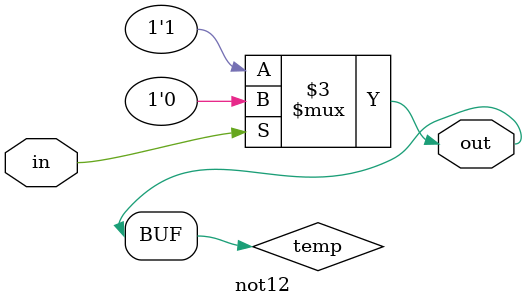
<source format=v>
module not12 (
  input in,
  output wire out
);


    reg temp;
    always @(*) begin
        case (in)
            1'b0: temp = 1'b1;
            default: temp = 1'b0;
        endcase
    end

    assign out = temp;
endmodule
</source>
